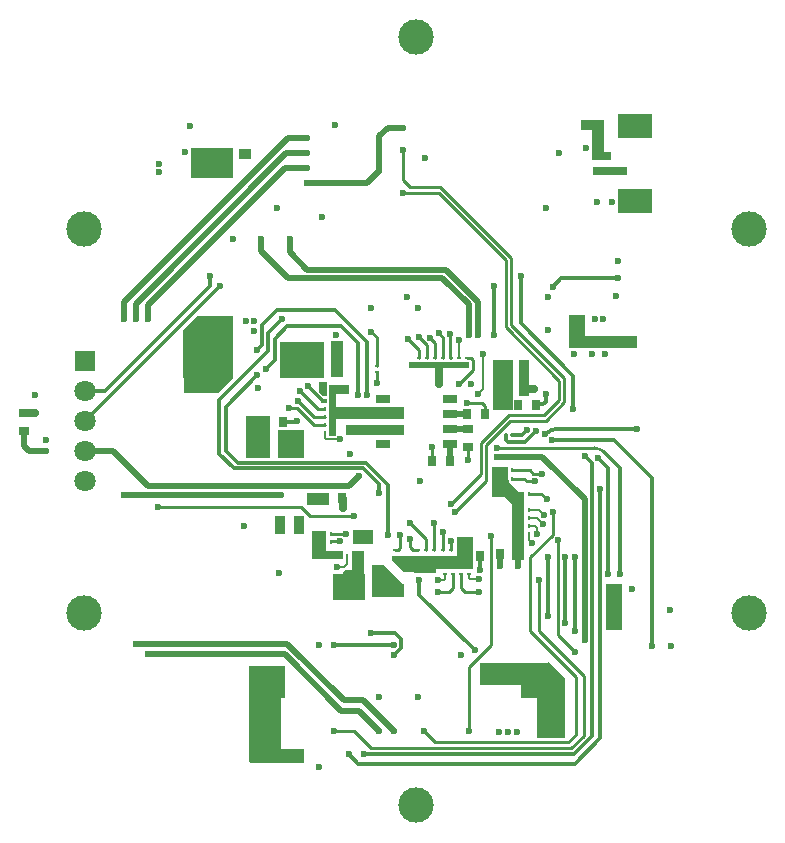
<source format=gbl>
G04*
G04 #@! TF.GenerationSoftware,Altium Limited,Altium Designer,22.1.2 (22)*
G04*
G04 Layer_Physical_Order=4*
G04 Layer_Color=16711680*
%FSLAX25Y25*%
%MOIN*%
G70*
G04*
G04 #@! TF.SameCoordinates,4AADA1E1-E747-4A0A-B92B-AFF9719D9D6B*
G04*
G04*
G04 #@! TF.FilePolarity,Positive*
G04*
G01*
G75*
%ADD10C,0.01000*%
%ADD13C,0.00800*%
%ADD16R,0.03000X0.03500*%
%ADD19R,0.03500X0.03000*%
%ADD21R,0.01457X0.01063*%
%ADD33R,0.01063X0.01457*%
%ADD66C,0.01200*%
%ADD67C,0.02500*%
%ADD70C,0.02000*%
%ADD138C,0.11811*%
%ADD139R,0.07087X0.07087*%
%ADD140C,0.07087*%
%ADD141C,0.02362*%
%ADD147R,0.11811X0.08268*%
%ADD148R,0.06299X0.03150*%
%ADD149R,0.05158X0.02559*%
%ADD150R,0.04173X0.04685*%
%ADD151R,0.03347X0.02756*%
%ADD152R,0.01417X0.01063*%
G04:AMPARAMS|DCode=153|XSize=103.69mil|YSize=43.93mil|CornerRadius=0mil|HoleSize=0mil|Usage=FLASHONLY|Rotation=135.000|XOffset=0mil|YOffset=0mil|HoleType=Round|Shape=Rectangle|*
%AMROTATEDRECTD153*
4,1,4,0.05219,-0.02113,0.02113,-0.05219,-0.05219,0.02113,-0.02113,0.05219,0.05219,-0.02113,0.0*
%
%ADD153ROTATEDRECTD153*%

G04:AMPARAMS|DCode=154|XSize=76.37mil|YSize=36.06mil|CornerRadius=0mil|HoleSize=0mil|Usage=FLASHONLY|Rotation=135.000|XOffset=0mil|YOffset=0mil|HoleType=Round|Shape=Rectangle|*
%AMROTATEDRECTD154*
4,1,4,0.03975,-0.01425,0.01425,-0.03975,-0.03975,0.01425,-0.01425,0.03975,0.03975,-0.01425,0.0*
%
%ADD154ROTATEDRECTD154*%

%ADD155R,0.09200X0.19900*%
%ADD156R,0.23050X0.07600*%
%ADD157R,0.11300X0.09500*%
%ADD158R,0.08200X0.14000*%
%ADD159R,0.08800X0.09196*%
%ADD160R,0.11501X0.06846*%
G04:AMPARAMS|DCode=161|XSize=72.56mil|YSize=45.88mil|CornerRadius=0mil|HoleSize=0mil|Usage=FLASHONLY|Rotation=45.000|XOffset=0mil|YOffset=0mil|HoleType=Round|Shape=Rectangle|*
%AMROTATEDRECTD161*
4,1,4,-0.00943,-0.04188,-0.04188,-0.00943,0.00943,0.04188,0.04188,0.00943,-0.00943,-0.04188,0.0*
%
%ADD161ROTATEDRECTD161*%

%ADD162R,0.07500X0.04434*%
%ADD163R,0.07100X0.03300*%
%ADD164R,0.11829X0.03150*%
%ADD165R,0.03874X0.13505*%
%ADD166R,0.04383X0.23053*%
%ADD167R,0.19632X0.03528*%
%ADD168R,0.24868X0.04264*%
%ADD169R,0.11604X0.06575*%
%ADD170R,0.16676X0.15653*%
G04:AMPARAMS|DCode=171|XSize=71.17mil|YSize=43.93mil|CornerRadius=0mil|HoleSize=0mil|Usage=FLASHONLY|Rotation=45.000|XOffset=0mil|YOffset=0mil|HoleType=Round|Shape=Rectangle|*
%AMROTATEDRECTD171*
4,1,4,-0.00963,-0.04069,-0.04069,-0.00963,0.00963,0.04069,0.04069,0.00963,-0.00963,-0.04069,0.0*
%
%ADD171ROTATEDRECTD171*%

%ADD172R,0.22794X0.04400*%
%ADD173R,0.05700X0.15618*%
%ADD174R,0.03600X0.12000*%
%ADD175R,0.03600X0.06300*%
%ADD176R,0.10653X0.08984*%
%ADD177R,0.20300X0.01953*%
%ADD178R,0.07300X0.02600*%
%ADD179R,0.18200X0.04600*%
%ADD180R,0.24400X0.01770*%
%ADD181R,0.02100X0.01800*%
%ADD182R,0.10500X0.32300*%
%ADD183R,0.12303X0.11152*%
%ADD184R,0.05200X0.10994*%
%ADD185R,0.04400X0.03553*%
%ADD186R,0.14102X0.10053*%
%ADD187R,0.04300X0.10700*%
%ADD188R,0.10600X0.04100*%
%ADD189R,0.04100X0.10653*%
%ADD190R,0.07100X0.16947*%
%ADD191R,0.01500X0.01700*%
%ADD192R,0.03900X0.11953*%
%ADD193R,0.15900X0.03547*%
%ADD194R,0.14600X0.12400*%
%ADD195R,0.05517X0.10000*%
%ADD196R,0.07200X0.03000*%
%ADD197R,0.05017X0.09400*%
%ADD198R,0.05100X0.13900*%
%ADD199R,0.05200X0.11000*%
%ADD200R,0.07000X0.04800*%
G36*
X1800Y77569D02*
X-4169D01*
X-8200Y81600D01*
Y82800D01*
X1800D01*
Y77569D01*
D02*
G37*
G36*
X-4247Y73600D02*
X-4200D01*
Y72700D01*
Y70900D01*
X-11100D01*
Y79500D01*
X-10800Y80153D01*
X-4247Y73600D01*
D02*
G37*
G36*
X-22268Y137531D02*
X-22725Y137075D01*
X-26800D01*
Y123416D01*
Y123224D01*
X-29009D01*
Y123904D01*
Y123946D01*
Y124002D01*
Y136285D01*
X-28986Y136400D01*
Y140053D01*
X-22268D01*
Y137531D01*
D02*
G37*
G36*
X-32400Y141213D02*
X-29700D01*
Y136400D01*
X-31050D01*
X-32400Y137750D01*
Y141213D01*
D02*
G37*
D10*
X62498Y117803D02*
G03*
X59361Y119100I-3136J-3141D01*
G01*
X62500Y117800D02*
G03*
X62498Y117803I-3138J-3138D01*
G01*
X38097Y58163D02*
Y82655D01*
X45485Y90043D02*
Y97600D01*
X38097Y82655D02*
X45485Y90043D01*
X17500Y46038D02*
X25000Y53539D01*
Y89600D01*
X17500Y24698D02*
Y46038D01*
X6297Y20900D02*
X50764D01*
X5200Y114800D02*
Y119300D01*
X17200Y115153D02*
Y119400D01*
X21685Y110365D02*
Y120789D01*
X11710Y100390D02*
X21685Y110365D01*
Y120789D02*
X30960Y130064D01*
X-33900Y129267D02*
X-30515D01*
X-39328Y134694D02*
X-33900Y129267D01*
X-39328Y134760D02*
X-39296Y134791D01*
X-39328Y134694D02*
Y134760D01*
X-39819Y132319D02*
X-34110Y126610D01*
X-42295Y132319D02*
X-39819D01*
X-42500Y132524D02*
X-42295Y132319D01*
X-85962Y99234D02*
X-38234D01*
X16404Y71002D02*
X21060D01*
X14900Y72506D02*
Y77170D01*
Y72506D02*
X16404Y71002D01*
X10902D02*
X12300Y72400D01*
Y77170D01*
X7400Y71002D02*
X10902D01*
X47113Y56887D02*
X53000Y51000D01*
X47113Y56887D02*
Y88287D01*
X6050Y84953D02*
Y94000D01*
X3300Y84984D02*
Y88591D01*
X-2109Y94000D02*
X3300Y88591D01*
X23385Y107917D02*
Y120085D01*
X13056Y97588D02*
X23385Y107917D01*
X-14991Y19100D02*
X51700D01*
X-27500Y24698D02*
X-20589D01*
X-14991Y19100D01*
X51700D02*
X55800Y23200D01*
Y43200D01*
X38097Y58163D02*
X53400Y42860D01*
X50764Y20900D02*
X53400Y23537D01*
Y42860D01*
X41100Y57900D02*
X55800Y43200D01*
X41100Y57900D02*
Y75000D01*
X2500Y24698D02*
X6297Y20900D01*
X-4440Y208341D02*
X-2218Y206119D01*
X7853D01*
X-4440Y208341D02*
Y218413D01*
X7853Y206119D02*
X20673Y193300D01*
X31500Y160182D02*
X49400Y142282D01*
X31500Y160182D02*
Y182500D01*
X49400Y134300D02*
Y142282D01*
X47700Y135100D02*
Y141500D01*
X29800Y159400D02*
X47700Y141500D01*
X-13200Y140700D02*
Y144317D01*
X-35553Y96553D02*
X-20700D01*
X-38234Y99234D02*
X-35553Y96553D01*
X-28500Y90503D02*
X-23303D01*
X-28500Y87853D02*
Y88021D01*
X-28468Y88053D02*
X-25558D01*
X-28500Y88021D02*
X-28468Y88053D01*
X29800Y159400D02*
Y181600D01*
X20700Y193300D02*
X31500Y182500D01*
X7487Y203913D02*
X29800Y181600D01*
X-4440Y203913D02*
X7487D01*
X20673Y193300D02*
X20700D01*
X6267Y146945D02*
X8900D01*
X14300Y140300D02*
X19081Y145081D01*
Y148346D01*
X-13200Y146483D02*
Y156000D01*
X-15000Y157800D02*
X-13200Y156000D01*
X22836Y130464D02*
X22900Y130400D01*
X22836Y130464D02*
Y133064D01*
X17000Y134100D02*
X21800D01*
X22836Y133064D01*
X23385Y120085D02*
X31395Y128095D01*
X26800Y119100D02*
X59361D01*
X43549Y101952D02*
X43600Y101900D01*
X43499Y102002D02*
X43549Y101952D01*
X41748Y103753D02*
X43499Y102002D01*
X32300Y108853D02*
X35947D01*
X36801Y107999D02*
X39527D01*
X35947Y108853D02*
X36801Y107999D01*
X39100Y110500D02*
X42033D01*
X37900Y111700D02*
X39100Y110500D01*
X32232Y111700D02*
X37900D01*
X11500Y85070D02*
Y88100D01*
X-2109Y86017D02*
X-1045Y84953D01*
X-2109Y86017D02*
Y88685D01*
X900Y156100D02*
X3633Y153367D01*
Y149110D02*
Y153367D01*
X6267Y149110D02*
Y154101D01*
X4508Y155859D02*
X6267Y154101D01*
X-31541Y135100D02*
X-31400D01*
X-36078Y139637D02*
X-31541Y135100D01*
X21200Y83553D02*
X21600Y83153D01*
X42664Y130064D02*
X47700Y135100D01*
X8900Y146945D02*
X11533D01*
X14167D02*
X16800D01*
X11533D02*
X14167D01*
X3633D02*
X6267D01*
X1000D02*
X3633D01*
X16800D02*
X16800Y146945D01*
Y149110D02*
X18316D01*
X11400Y149142D02*
X11432Y149110D01*
X11533D01*
X11400Y149142D02*
Y157053D01*
X7488Y157265D02*
X8900Y155852D01*
Y149110D02*
Y155852D01*
X-2752Y155352D02*
X1000Y151600D01*
Y149227D02*
Y151600D01*
X18316Y149110D02*
X19081Y148346D01*
X31395Y128095D02*
X43195D01*
X49400Y134300D01*
X30960Y130064D02*
X42664D01*
X-31400Y135100D02*
X-31273Y134973D01*
Y134773D02*
Y134973D01*
X-34110Y126610D02*
X-30483D01*
X-30515Y129267D02*
X-30500Y129281D01*
X-32624Y131924D02*
X-30601D01*
X-38600Y137900D02*
X-32624Y131924D01*
X37565Y103753D02*
X41748D01*
X-7200Y84953D02*
X-5985D01*
X-5368Y85570D01*
Y89934D01*
X-7200Y84953D02*
X-7169Y84984D01*
X21200Y83153D02*
X21200Y83153D01*
X8775Y84953D02*
Y90934D01*
X-1045Y84953D02*
X600D01*
D13*
X37565Y88498D02*
X38664Y87400D01*
X37565Y88498D02*
Y90540D01*
X40333D02*
Y92438D01*
X39604Y93166D02*
X40333Y92438D01*
X37565Y93166D02*
X39604D01*
X37565Y95753D02*
X40333D01*
X37565Y98419D02*
X40892D01*
X42471Y96841D01*
X40333Y95753D02*
X42364Y93721D01*
X9231Y74900D02*
X9700Y75369D01*
X7400Y74900D02*
X9231D01*
X9700Y75369D02*
Y77170D01*
X17500Y75704D02*
Y77170D01*
X17969Y75236D02*
X21060D01*
X17500Y75704D02*
X17969Y75236D01*
X22254Y138753D02*
Y150354D01*
X20600Y137100D02*
X22254Y138753D01*
X14167Y149153D02*
Y154953D01*
X-30483Y122536D02*
Y123953D01*
Y122536D02*
X-29919Y121972D01*
X-25381D01*
X-30940Y139490D02*
Y139847D01*
X26800Y110200D02*
X27000D01*
X-23907Y79393D02*
X-23031Y80269D01*
X-26259Y79393D02*
X-23907D01*
X-23031Y82776D02*
X-23022Y82784D01*
Y83104D01*
X-23031Y80269D02*
Y82776D01*
X3325Y84953D02*
Y85059D01*
X3300Y85084D02*
X3325Y85059D01*
X-33600Y88500D02*
X-32919Y87819D01*
Y86500D02*
Y87819D01*
X32100Y111653D02*
X32184D01*
X32232Y111700D01*
D16*
X-44400Y117653D02*
D03*
X-50400D02*
D03*
X-44400Y127653D02*
D03*
X-50400D02*
D03*
X-44400Y122653D02*
D03*
X-50400D02*
D03*
X-30600Y102253D02*
D03*
X-24600D02*
D03*
X5200Y114800D02*
D03*
X11200D02*
D03*
X22900Y130400D02*
D03*
X16900D02*
D03*
X-26300Y149553D02*
D03*
X-32300D02*
D03*
X-26300Y144653D02*
D03*
X-32300D02*
D03*
X15200Y83153D02*
D03*
X21200D02*
D03*
X33800Y133453D02*
D03*
X39800D02*
D03*
X-13200Y78253D02*
D03*
X-19200D02*
D03*
X29800Y138416D02*
D03*
X35800D02*
D03*
X34100Y83700D02*
D03*
X28100D02*
D03*
X29800Y143353D02*
D03*
X35800D02*
D03*
D19*
X-17000Y124800D02*
D03*
Y130800D02*
D03*
X17200Y125400D02*
D03*
Y119400D02*
D03*
X-130750Y130753D02*
D03*
Y124753D02*
D03*
X-19200Y89116D02*
D03*
Y83116D02*
D03*
D21*
X-13200Y146483D02*
D03*
Y144317D02*
D03*
X16800Y146945D02*
D03*
Y149110D02*
D03*
X14167Y149110D02*
D03*
Y146945D02*
D03*
X600Y82788D02*
D03*
Y84953D02*
D03*
X1000Y149110D02*
D03*
Y146945D02*
D03*
X3325Y82788D02*
D03*
Y84953D02*
D03*
X11533Y149110D02*
D03*
Y146945D02*
D03*
X8900Y149110D02*
D03*
Y146945D02*
D03*
X3633Y149110D02*
D03*
Y146945D02*
D03*
X6267Y149110D02*
D03*
Y146945D02*
D03*
X6050Y82788D02*
D03*
Y84953D02*
D03*
X8775Y82788D02*
D03*
Y84953D02*
D03*
X11500Y82788D02*
D03*
Y84953D02*
D03*
X9700Y79335D02*
D03*
Y77170D02*
D03*
X12300Y79335D02*
D03*
Y77170D02*
D03*
X14900Y79335D02*
D03*
Y77170D02*
D03*
X17500Y79335D02*
D03*
Y77170D02*
D03*
X-7200Y82788D02*
D03*
Y84953D02*
D03*
D33*
X35400Y98419D02*
D03*
X37565D02*
D03*
X35400Y95793D02*
D03*
X37565D02*
D03*
Y93166D02*
D03*
X35400D02*
D03*
X37565Y90540D02*
D03*
X35400D02*
D03*
X-30665Y90503D02*
D03*
X-28500D02*
D03*
X-28318Y123953D02*
D03*
X-30483D02*
D03*
X-28318Y137204D02*
D03*
X-30483D02*
D03*
Y134581D02*
D03*
X-28318D02*
D03*
X-30483Y126610D02*
D03*
X-28318D02*
D03*
X-30483Y129267D02*
D03*
X-28318D02*
D03*
X-30483Y131924D02*
D03*
X-28318D02*
D03*
X29935Y123253D02*
D03*
X32100D02*
D03*
X-30665Y87853D02*
D03*
X-28500D02*
D03*
X-25187Y83104D02*
D03*
X-23022D02*
D03*
X37565Y103753D02*
D03*
X35400D02*
D03*
X32100Y108853D02*
D03*
X29935D02*
D03*
X32100Y111653D02*
D03*
X29935D02*
D03*
D66*
X47431Y125500D02*
G03*
X42889Y123619I0J-6424D01*
G01*
X1000Y70200D02*
Y75200D01*
Y70200D02*
X19500Y51700D01*
X-16847Y114200D02*
X-9243Y106595D01*
X-63475Y118228D02*
X-59447Y114200D01*
X-16847D01*
X-60700Y112300D02*
X-17647D01*
X-12500Y107153D01*
X-65600Y117200D02*
X-60700Y112300D01*
X-44179Y127874D02*
X-39921D01*
X-44400Y127653D02*
X-44179Y127874D01*
X-39921D02*
X-39700Y128095D01*
X43971Y82595D02*
X43980Y82604D01*
X43971Y63240D02*
Y82595D01*
Y63240D02*
X43980Y63231D01*
X53019Y57900D02*
X53037Y57918D01*
Y82512D01*
X49703Y60610D02*
Y82595D01*
Y60610D02*
X49713Y60600D01*
X53019Y82531D02*
X53037Y82512D01*
X49694Y82604D02*
X49703Y82595D01*
X-17379Y17000D02*
X52745D01*
X61219Y22274D02*
Y105362D01*
X-19368Y13869D02*
X52813D01*
X61219Y22274D01*
X52745Y17000D02*
X58700Y22955D01*
Y113967D01*
X-22500Y17000D02*
X-19368Y13869D01*
X52400Y132032D02*
Y142984D01*
X34800Y160584D02*
Y176400D01*
Y160584D02*
X52400Y142984D01*
X-12500Y104000D02*
Y107153D01*
X-9243Y90153D02*
Y106595D01*
X-110400Y138053D02*
X-103796D01*
X-68800Y173049D01*
Y176300D01*
X-110400Y128053D02*
X-65300Y173153D01*
X-27100Y165200D02*
X-16406Y154506D01*
X-46300Y165200D02*
X-27100D01*
X-16406Y136699D02*
Y154506D01*
X-19545Y136753D02*
Y154146D01*
X-24974Y159574D02*
X-19545Y154146D01*
X26000Y156772D02*
Y173200D01*
X67300Y175600D02*
X67700D01*
X48361D02*
X67300D01*
X-43026Y159574D02*
X-24974D01*
X-63475Y132784D02*
X-52999Y143260D01*
X-49300Y151265D02*
Y157400D01*
X-65600Y134965D02*
X-49300Y151265D01*
X-65600Y117200D02*
Y134965D01*
X-63475Y118228D02*
Y132784D01*
X-50200Y145500D02*
X-47200Y148500D01*
Y155400D01*
X-51400Y153422D02*
Y160100D01*
X-52999Y151823D02*
X-51400Y153422D01*
Y160100D02*
X-46300Y165200D01*
X-49300Y157400D02*
X-44900Y161800D01*
X-47200Y155400D02*
X-43026Y159574D01*
X-44900Y161800D02*
X-44800D01*
X63800Y77100D02*
Y112400D01*
X45488Y172727D02*
X48361Y175600D01*
X-27400Y53500D02*
X-7530D01*
X73658Y125500D02*
X73679D01*
X47431D02*
X73658D01*
X-7530Y53500D02*
Y53530D01*
X-7425Y50125D02*
X-5019Y52531D01*
Y55319D01*
X62500Y117800D02*
X67800Y112500D01*
X30638Y120900D02*
X36260D01*
X40004Y124643D01*
X29935Y121603D02*
X30638Y120900D01*
X29935Y121603D02*
Y123253D01*
X56279Y116388D02*
X58700Y113967D01*
X60600Y115600D02*
X63800Y112400D01*
X43219Y134440D02*
Y136953D01*
X39800Y133453D02*
X39965Y133618D01*
X42397D01*
X43219Y134440D01*
X67800Y77100D02*
Y112500D01*
X-14900Y57300D02*
X-7000D01*
X-5019Y55319D01*
X66000Y121600D02*
X78700Y108900D01*
X45200Y121600D02*
X66000D01*
X78700Y52900D02*
Y108900D01*
X35104Y123253D02*
X36802Y124951D01*
X32100Y123253D02*
X35104D01*
X61181Y105400D02*
X61219Y105362D01*
X28961Y142514D02*
X29800Y143353D01*
X30217Y107083D02*
Y108062D01*
X30003Y108276D02*
X30217Y108062D01*
X29935Y108853D02*
X30003Y108784D01*
Y108276D02*
Y108784D01*
X21200Y78321D02*
Y83153D01*
X-19719Y77084D02*
X-19200Y77603D01*
D67*
Y71500D02*
Y77603D01*
X-24518Y99200D02*
Y102171D01*
X-24600Y102253D02*
X-24518Y102171D01*
X69061Y211539D02*
X69100Y211500D01*
X61901Y211539D02*
X69061D01*
X7500Y140300D02*
Y146345D01*
X-11201Y125153D02*
X-5853D01*
X-11201Y130453D02*
X-5853D01*
X35800Y138416D02*
X36037Y138653D01*
X39400D01*
X-23100Y76953D02*
X-19850D01*
X-19719Y77084D01*
X35800Y143453D02*
Y147100D01*
Y143353D02*
X35900Y143453D01*
X-130703Y130800D02*
X-127000D01*
X-130750Y130753D02*
X-130703Y130800D01*
X53000Y156400D02*
X54500Y154900D01*
X53000Y156400D02*
Y161900D01*
X54200Y154600D02*
X54500Y154900D01*
X30200Y142953D02*
Y147100D01*
X29800Y142553D02*
X30200Y142953D01*
X29417Y106283D02*
Y108191D01*
X28059Y109550D02*
X29417Y108191D01*
X29800Y138416D02*
Y142553D01*
Y138116D02*
Y138416D01*
X35800D02*
Y143353D01*
X-33900Y144153D02*
Y153100D01*
X-8603Y72703D02*
X-7500Y71600D01*
X-13200Y72953D02*
Y77853D01*
X-19200Y77603D02*
Y77853D01*
X-19237Y89153D02*
X-19200Y89116D01*
D70*
X34100Y79600D02*
Y83700D01*
X28100Y79600D02*
Y83700D01*
X42100Y116000D02*
X56200Y101900D01*
Y55000D02*
Y101900D01*
X-12460Y211407D02*
Y222940D01*
X-9507Y225893D02*
X-4440D01*
X-12460Y222940D02*
X-9507Y225893D01*
X-16514Y207353D02*
X-12460Y211407D01*
X-36300Y207353D02*
X-16514D01*
X-22566Y106334D02*
X-19169Y109731D01*
X-89381Y106334D02*
X-22566D01*
X-101100Y118053D02*
X-89381Y106334D01*
X-24926Y31426D02*
X-19228D01*
X-12500Y24698D01*
X-93400Y53853D02*
X-42928D01*
X-23980Y34905D02*
X-17707D01*
X-42928Y53853D02*
X-23980Y34905D01*
X-89400Y50353D02*
X-43853D01*
X-24926Y31426D01*
X-89400Y162100D02*
Y164700D01*
X61761Y216600D02*
X61901Y216461D01*
X20762Y156772D02*
Y167791D01*
X-97300Y162100D02*
Y167800D01*
X-42747Y222353D02*
X-36300D01*
X-97300Y167800D02*
X-42747Y222353D01*
X-93400Y162100D02*
Y167200D01*
X-43247Y217353D02*
X-36300D01*
X-93400Y167200D02*
X-43247Y217353D01*
X-89400Y164700D02*
X-89394Y164707D01*
Y166606D01*
X-43647Y212353D02*
X-36300D01*
X-89394Y166606D02*
X-43647Y212353D01*
X-36253Y178553D02*
X10000D01*
X-42131Y184431D02*
X-36253Y178553D01*
X-42131Y184431D02*
Y188531D01*
X-42200Y188600D02*
X-42131Y188531D01*
X17461Y156772D02*
Y166938D01*
X8600Y175800D02*
X17461Y166938D01*
X-42666Y175800D02*
X8600D01*
X10000Y178553D02*
X20762Y167791D01*
X-51700Y184834D02*
Y188600D01*
Y184834D02*
X-42666Y175800D01*
X11200Y114800D02*
Y120452D01*
X11201Y120453D01*
X11200Y114800D02*
X11200Y114800D01*
X11227Y125426D02*
X17174D01*
X11201Y125453D02*
X11227Y125426D01*
X17174D02*
X17200Y125400D01*
X11227Y130426D02*
X16874D01*
X11201Y130453D02*
X11227Y130426D01*
X16874D02*
X16900Y130400D01*
X26800Y116000D02*
X42100D01*
X-17707Y34905D02*
X-7500Y24698D01*
X-129000Y118053D02*
X-123451D01*
X-130750Y119803D02*
Y124753D01*
Y119803D02*
X-129000Y118053D01*
X-110400D02*
X-101100D01*
X-97300Y103253D02*
X-44900D01*
D138*
X-110810Y63976D02*
D03*
X110810Y191929D02*
D03*
X-110810D02*
D03*
X110810Y63976D02*
D03*
X0Y0D02*
D03*
Y255906D02*
D03*
D139*
X-110400Y148053D02*
D03*
D140*
Y138053D02*
D03*
Y128053D02*
D03*
Y118053D02*
D03*
Y108053D02*
D03*
D141*
X-45600Y77400D02*
D03*
X38664Y87400D02*
D03*
X40333Y90540D02*
D03*
X34100Y79600D02*
D03*
X26800Y104800D02*
D03*
X34000Y87400D02*
D03*
X19500Y51700D02*
D03*
X14800Y50100D02*
D03*
X28100Y79600D02*
D03*
X25000Y89600D02*
D03*
X1200Y108200D02*
D03*
X33600Y44400D02*
D03*
X30900D02*
D03*
X28200D02*
D03*
X25400D02*
D03*
X22500D02*
D03*
X11710Y100390D02*
D03*
X17174Y115126D02*
D03*
X5200Y119300D02*
D03*
X-22227Y116962D02*
D03*
X-55600Y119300D02*
D03*
X-52900Y122166D02*
D03*
X-55600Y127700D02*
D03*
X-42500Y132524D02*
D03*
X-39296Y134791D02*
D03*
X-57400Y93227D02*
D03*
X21060Y71002D02*
D03*
X7400D02*
D03*
Y74900D02*
D03*
X43980Y63231D02*
D03*
X53019Y57900D02*
D03*
X56200Y55000D02*
D03*
X49713Y60600D02*
D03*
X53000Y51000D02*
D03*
X53056Y82604D02*
D03*
X6050Y94000D02*
D03*
X-2109D02*
D03*
X13056Y97588D02*
D03*
X-17500Y17000D02*
D03*
X-22500D02*
D03*
X2500Y24698D02*
D03*
X-70726Y138900D02*
D03*
X-65953Y138947D02*
D03*
X-67847Y143760D02*
D03*
X-75500Y138947D02*
D03*
X58600Y150301D02*
D03*
X52450Y150300D02*
D03*
X72300Y154204D02*
D03*
X52400Y132032D02*
D03*
X66500Y169617D02*
D03*
X62300Y162115D02*
D03*
X59709D02*
D03*
X42471Y96841D02*
D03*
X2900Y215647D02*
D03*
X-12460Y211407D02*
D03*
X-24518Y99153D02*
D03*
X-23277Y90503D02*
D03*
X-34500Y101149D02*
D03*
X-25558Y88053D02*
D03*
X-20700Y96553D02*
D03*
X47500Y30100D02*
D03*
Y27264D02*
D03*
Y33000D02*
D03*
Y35900D02*
D03*
Y38800D02*
D03*
X-12500Y104000D02*
D03*
Y35900D02*
D03*
Y24698D02*
D03*
X-7500D02*
D03*
X27746Y24263D02*
D03*
X30646D02*
D03*
X33546D02*
D03*
X600Y35900D02*
D03*
X-32500Y53500D02*
D03*
X17500Y24698D02*
D03*
X-89400Y162100D02*
D03*
X-68800Y176300D02*
D03*
X43233Y199200D02*
D03*
X56500Y226800D02*
D03*
X65213Y200950D02*
D03*
X69100Y211500D02*
D03*
X60310Y200950D02*
D03*
X56500Y218944D02*
D03*
X47440Y217352D02*
D03*
X-85962Y99234D02*
D03*
X-15000Y157800D02*
D03*
X-22282Y125049D02*
D03*
X20762Y156772D02*
D03*
X22254Y150400D02*
D03*
X26000Y156772D02*
D03*
X34800Y176400D02*
D03*
X-97300Y162100D02*
D03*
X-36300Y222353D02*
D03*
X-93400Y162100D02*
D03*
X-36300Y212353D02*
D03*
X17461Y156772D02*
D03*
X-51700Y188600D02*
D03*
X-42200D02*
D03*
X-65300Y173200D02*
D03*
X7500Y140300D02*
D03*
X-26600Y156600D02*
D03*
X-13200Y140700D02*
D03*
X14300Y140300D02*
D03*
X18300D02*
D03*
X20600Y137100D02*
D03*
X17000Y134100D02*
D03*
X-24600Y130595D02*
D03*
X-5853Y125153D02*
D03*
Y130453D02*
D03*
X-62406Y161553D02*
D03*
X-52800Y138900D02*
D03*
X-52999Y143260D02*
D03*
X-50200Y145500D02*
D03*
X-54050Y157900D02*
D03*
X-44700Y162000D02*
D03*
X-54050Y161400D02*
D03*
X-56800Y161500D02*
D03*
X-75600Y143760D02*
D03*
X-75500Y157135D02*
D03*
X-52999Y151823D02*
D03*
X-16412Y136693D02*
D03*
X71851Y72200D02*
D03*
X65851D02*
D03*
X-31500Y196093D02*
D03*
X-46482Y199153D02*
D03*
X63000Y150300D02*
D03*
X45488Y172727D02*
D03*
X43824Y169550D02*
D03*
X41100Y75000D02*
D03*
X73658Y125500D02*
D03*
X49694Y82604D02*
D03*
X43961D02*
D03*
X43600Y101900D02*
D03*
X45485Y97600D02*
D03*
X47113Y88287D02*
D03*
X-27500Y24698D02*
D03*
X-7530Y53530D02*
D03*
X-123451Y118053D02*
D03*
X-2752Y155352D02*
D03*
X-19545Y136750D02*
D03*
X14167Y154953D02*
D03*
X11400Y157053D02*
D03*
X4508Y155859D02*
D03*
X7488Y157265D02*
D03*
X67300Y181353D02*
D03*
X-56800Y217353D02*
D03*
X-75300Y226253D02*
D03*
X-61040Y188613D02*
D03*
X-44900Y103253D02*
D03*
X-43800Y148097D02*
D03*
X-97300Y103253D02*
D03*
X-45548Y91753D02*
D03*
X39400Y138653D02*
D03*
X-36300Y217353D02*
D03*
X15300Y88100D02*
D03*
X-43800Y152047D02*
D03*
Y143947D02*
D03*
X-39700Y128095D02*
D03*
X-26259Y79393D02*
D03*
X-5368Y89934D02*
D03*
X-2109Y88685D02*
D03*
X8775Y90934D02*
D03*
X21200Y78321D02*
D03*
X21060Y75236D02*
D03*
X39527Y107999D02*
D03*
X42033Y110500D02*
D03*
X67800Y77100D02*
D03*
X60600Y115600D02*
D03*
X63800Y77100D02*
D03*
X61181Y105400D02*
D03*
X45200Y121600D02*
D03*
X36802Y124951D02*
D03*
X84700Y65200D02*
D03*
X-33400Y83500D02*
D03*
X44023Y158300D02*
D03*
X-77000Y217600D02*
D03*
X-14900Y57300D02*
D03*
X-27400Y53500D02*
D03*
X-7425Y50125D02*
D03*
X-127000Y130800D02*
D03*
Y136811D02*
D03*
X-123451Y121751D02*
D03*
X-19100Y109800D02*
D03*
X-38600Y137900D02*
D03*
X-36078Y139637D02*
D03*
X26800Y119100D02*
D03*
Y116000D02*
D03*
X-23700Y138550D02*
D03*
X-25381Y121972D02*
D03*
X-23100Y76953D02*
D03*
X1400Y79561D02*
D03*
X5169D02*
D03*
X40004Y124643D02*
D03*
X42889Y123619D02*
D03*
X26725Y137147D02*
D03*
Y134483D02*
D03*
X-38800Y17100D02*
D03*
X-41700D02*
D03*
X-52900Y35800D02*
D03*
Y32900D02*
D03*
Y30000D02*
D03*
Y24200D02*
D03*
Y27100D02*
D03*
X-30500Y83500D02*
D03*
X26800Y107900D02*
D03*
X-36300Y207353D02*
D03*
X743Y165700D02*
D03*
X-2900Y169300D02*
D03*
X43219Y136953D02*
D03*
X-9243Y90153D02*
D03*
X-15069Y165693D02*
D03*
X64581Y60053D02*
D03*
Y62853D02*
D03*
X67400D02*
D03*
Y60053D02*
D03*
X84800Y52900D02*
D03*
X78700D02*
D03*
X26000Y173200D02*
D03*
X30200Y147100D02*
D03*
X-32019Y85700D02*
D03*
X-5500Y71600D02*
D03*
X-51000Y44800D02*
D03*
X-48200D02*
D03*
X-45500D02*
D03*
X-31040Y139847D02*
D03*
X-15600Y89253D02*
D03*
X-32600Y153200D02*
D03*
X11500Y88100D02*
D03*
X-85668Y213700D02*
D03*
X-32500Y12800D02*
D03*
X-39200Y118253D02*
D03*
X53000Y161900D02*
D03*
X1000Y75200D02*
D03*
X26800Y111000D02*
D03*
X-73700Y211000D02*
D03*
Y213600D02*
D03*
X-27000Y226600D02*
D03*
X-4440Y203913D02*
D03*
Y225893D02*
D03*
Y218413D02*
D03*
X-85668Y211000D02*
D03*
X67300Y175600D02*
D03*
X-26600Y153200D02*
D03*
X42364Y93721D02*
D03*
X900Y156100D02*
D03*
X35800Y147100D02*
D03*
X-25900Y75600D02*
D03*
Y72650D02*
D03*
Y69700D02*
D03*
X-39300Y91753D02*
D03*
X-47500Y17100D02*
D03*
X-50400D02*
D03*
X-44600D02*
D03*
X56279Y116388D02*
D03*
X-93400Y53853D02*
D03*
X-89400Y50353D02*
D03*
D147*
X72999Y226500D02*
D03*
Y201500D02*
D03*
D148*
X61901Y216461D02*
D03*
Y211539D02*
D03*
D149*
X11201Y135453D02*
D03*
Y130453D02*
D03*
Y125453D02*
D03*
Y120453D02*
D03*
X-11201D02*
D03*
Y125453D02*
D03*
Y130453D02*
D03*
Y135453D02*
D03*
D150*
X-19235Y71900D02*
D03*
D03*
X-8565D02*
D03*
D151*
X-39052Y95052D02*
D03*
X-45548D02*
D03*
D152*
X-58300Y217253D02*
D03*
X-61607D02*
D03*
D153*
X30519Y104587D02*
D03*
D154*
X45525Y43625D02*
D03*
D155*
X44900Y32250D02*
D03*
D156*
X32625Y43800D02*
D03*
D157*
X40550Y40350D02*
D03*
D158*
X-52800Y122653D02*
D03*
D159*
X-41800Y120451D02*
D03*
D160*
X-71888Y140613D02*
D03*
D161*
X-65194Y141378D02*
D03*
D162*
X-32852Y101917D02*
D03*
D163*
X58350Y226750D02*
D03*
D164*
X64666Y211539D02*
D03*
D165*
X60663Y221648D02*
D03*
D166*
X34091Y93226D02*
D03*
D167*
X-13797Y124989D02*
D03*
D168*
X-16415Y130671D02*
D03*
D169*
X-66802Y159713D02*
D03*
D170*
X-69345Y150148D02*
D03*
D171*
X-73569Y158937D02*
D03*
D172*
X62297Y154500D02*
D03*
D173*
X65950Y66091D02*
D03*
D174*
X35800Y142553D02*
D03*
D175*
X-45448Y93303D02*
D03*
X-39200D02*
D03*
D176*
X-22474Y72892D02*
D03*
D177*
X7550Y146676D02*
D03*
D178*
X3050Y78800D02*
D03*
D179*
X-46500Y16500D02*
D03*
D180*
X4000Y82485D02*
D03*
D181*
X-30850Y134700D02*
D03*
D182*
X-50550Y30350D02*
D03*
D183*
X-49649Y41176D02*
D03*
D184*
X53500Y158003D02*
D03*
D185*
X-57000Y217176D02*
D03*
D186*
X-67949Y213926D02*
D03*
D187*
X-19250Y79350D02*
D03*
D188*
X-9500Y71550D02*
D03*
D189*
X-12850Y74826D02*
D03*
D190*
X28950Y140126D02*
D03*
D191*
X32150Y123250D02*
D03*
D192*
X-26550Y148624D02*
D03*
D193*
X7350Y80426D02*
D03*
D194*
X-38100Y148500D02*
D03*
D195*
X28059Y107800D02*
D03*
D196*
X-28000Y83500D02*
D03*
D197*
X-32391Y86700D02*
D03*
D198*
X29950Y138603D02*
D03*
D199*
X16300Y84153D02*
D03*
D200*
X-17800Y89253D02*
D03*
M02*

</source>
